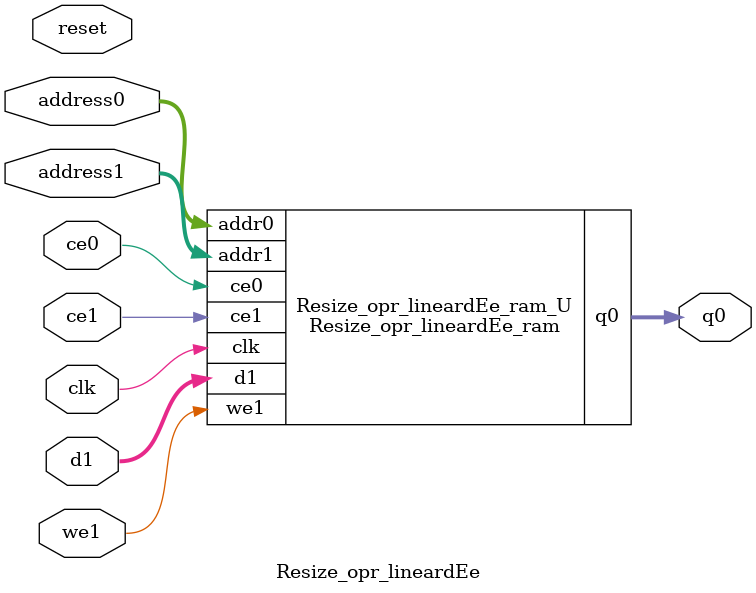
<source format=v>
`timescale 1 ns / 1 ps
module Resize_opr_lineardEe_ram (addr0, ce0, q0, addr1, ce1, d1, we1,  clk);

parameter DWIDTH = 8;
parameter AWIDTH = 10;
parameter MEM_SIZE = 641;

input[AWIDTH-1:0] addr0;
input ce0;
output reg[DWIDTH-1:0] q0;
input[AWIDTH-1:0] addr1;
input ce1;
input[DWIDTH-1:0] d1;
input we1;
input clk;

(* ram_style = "block" *)reg [DWIDTH-1:0] ram[0:MEM_SIZE-1];




always @(posedge clk)  
begin 
    if (ce0) 
    begin
        q0 <= ram[addr0];
    end
end


always @(posedge clk)  
begin 
    if (ce1) 
    begin
        if (we1) 
        begin 
            ram[addr1] <= d1; 
        end 
    end
end


endmodule

`timescale 1 ns / 1 ps
module Resize_opr_lineardEe(
    reset,
    clk,
    address0,
    ce0,
    q0,
    address1,
    ce1,
    we1,
    d1);

parameter DataWidth = 32'd8;
parameter AddressRange = 32'd641;
parameter AddressWidth = 32'd10;
input reset;
input clk;
input[AddressWidth - 1:0] address0;
input ce0;
output[DataWidth - 1:0] q0;
input[AddressWidth - 1:0] address1;
input ce1;
input we1;
input[DataWidth - 1:0] d1;



Resize_opr_lineardEe_ram Resize_opr_lineardEe_ram_U(
    .clk( clk ),
    .addr0( address0 ),
    .ce0( ce0 ),
    .q0( q0 ),
    .addr1( address1 ),
    .ce1( ce1 ),
    .we1( we1 ),
    .d1( d1 ));

endmodule


</source>
